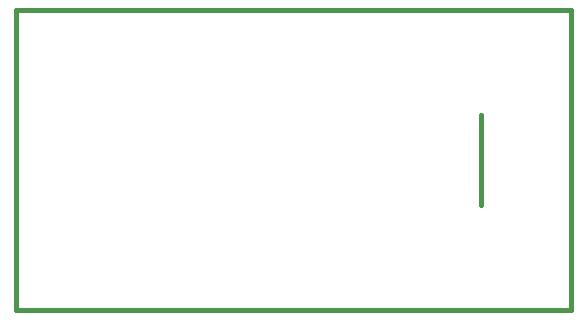
<source format=gbr>
G04 #@! TF.FileFunction,Profile,NP*
%FSLAX46Y46*%
G04 Gerber Fmt 4.6, Leading zero omitted, Abs format (unit mm)*
G04 Created by KiCad (PCBNEW 4.0.5+dfsg1-4+deb9u1) date Sun Sep  4 20:07:11 2022*
%MOMM*%
%LPD*%
G01*
G04 APERTURE LIST*
%ADD10C,0.100000*%
%ADD11C,0.381000*%
G04 APERTURE END LIST*
D10*
D11*
X166370000Y-104775000D02*
X166370000Y-97155000D01*
X173990000Y-113665000D02*
X127000000Y-113665000D01*
X127000000Y-88265000D02*
X173990000Y-88265000D01*
X173990000Y-113665000D02*
X173990000Y-88265000D01*
X127000000Y-108585000D02*
X127000000Y-113665000D01*
X127000000Y-88265000D02*
X127000000Y-108585000D01*
M02*

</source>
